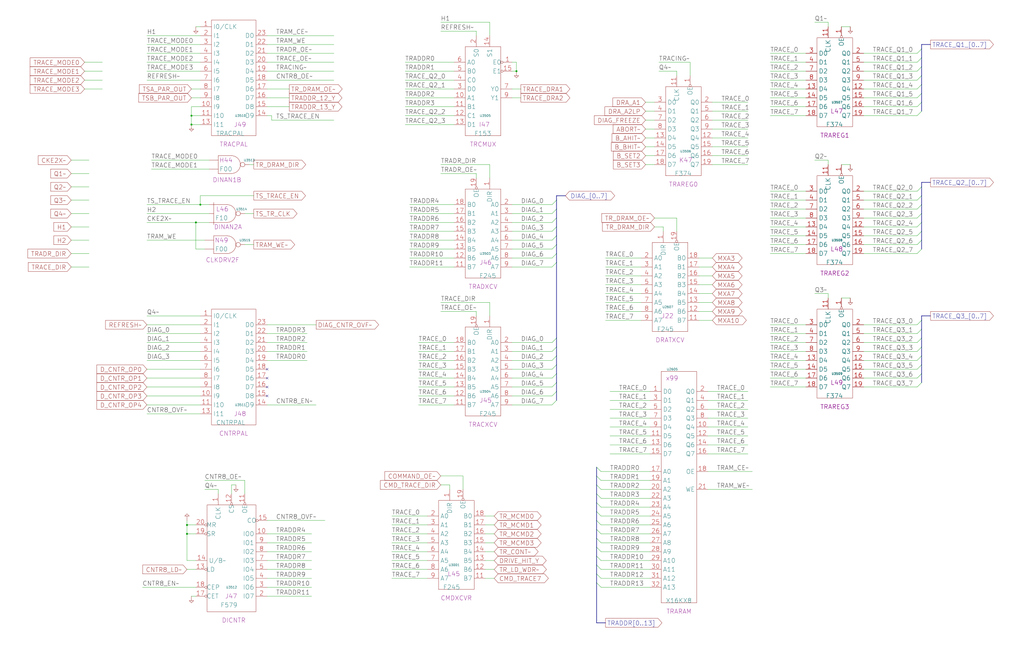
<source format=kicad_sch>
(kicad_sch (version 20230121) (generator eeschema)
  (paper "User" 584.2 378.46)
  (title_block (title "TRACE RAMS\\nDIAGNOSTIC COUNTER") (date "08-MAR-90") (rev "0.0") (comment 1 "MEM32 BOARD") (comment 2 "232-003066") (comment 3 "S400") (comment 4 "RELEASED"))
  (junction (at 109.22 66.04))
  (junction (at 106.68 299.72))
  (junction (at 106.68 304.8))
  (junction (at 294.64 40.64))
  (junction (at 114.3 116.84))
  (junction (at 109.22 71.12))
  (junction (at 111.76 127))
  (no_connect (at 152.4 215.9))
  (no_connect (at 152.4 210.82))
  (no_connect (at 152.4 226.06))
  (no_connect (at 152.4 220.98))
  (bus_entry (at 317.5 124.46) (size -2.54 2.54))
  (bus_entry (at 525.78 58.42) (size -2.54 2.54))
  (bus_entry (at 525.78 116.84) (size -2.54 2.54))
  (bus_entry (at 525.78 33.02) (size -2.54 2.54))
  (bus_entry (at 317.5 134.62) (size -2.54 2.54))
  (bus_entry (at 317.5 208.28) (size -2.54 2.54))
  (bus_entry (at 317.5 193.04) (size -2.54 2.54))
  (bus_entry (at 525.78 187.96) (size -2.54 2.54))
  (bus_entry (at 525.78 53.34) (size -2.54 2.54))
  (bus_entry (at 340.36 307.34) (size 2.54 2.54))
  (bus_entry (at 317.5 223.52) (size -2.54 2.54))
  (bus_entry (at 317.5 149.86) (size -2.54 2.54))
  (bus_entry (at 340.36 287.02) (size 2.54 2.54))
  (bus_entry (at 317.5 119.38) (size -2.54 2.54))
  (bus_entry (at 525.78 203.2) (size -2.54 2.54))
  (bus_entry (at 525.78 48.26) (size -2.54 2.54))
  (bus_entry (at 340.36 297.18) (size 2.54 2.54))
  (bus_entry (at 525.78 182.88) (size -2.54 2.54))
  (bus_entry (at 317.5 198.12) (size -2.54 2.54))
  (bus_entry (at 317.5 129.54) (size -2.54 2.54))
  (bus_entry (at 525.78 193.04) (size -2.54 2.54))
  (bus_entry (at 340.36 271.78) (size 2.54 2.54))
  (bus_entry (at 525.78 142.24) (size -2.54 2.54))
  (bus_entry (at 317.5 203.2) (size -2.54 2.54))
  (bus_entry (at 340.36 332.74) (size 2.54 2.54))
  (bus_entry (at 525.78 198.12) (size -2.54 2.54))
  (bus_entry (at 317.5 218.44) (size -2.54 2.54))
  (bus_entry (at 525.78 106.68) (size -2.54 2.54))
  (bus_entry (at 525.78 213.36) (size -2.54 2.54))
  (bus_entry (at 340.36 302.26) (size 2.54 2.54))
  (bus_entry (at 525.78 208.28) (size -2.54 2.54))
  (bus_entry (at 525.78 218.44) (size -2.54 2.54))
  (bus_entry (at 525.78 132.08) (size -2.54 2.54))
  (bus_entry (at 340.36 322.58) (size 2.54 2.54))
  (bus_entry (at 340.36 327.66) (size 2.54 2.54))
  (bus_entry (at 525.78 43.18) (size -2.54 2.54))
  (bus_entry (at 525.78 137.16) (size -2.54 2.54))
  (bus_entry (at 317.5 144.78) (size -2.54 2.54))
  (bus_entry (at 525.78 127) (size -2.54 2.54))
  (bus_entry (at 340.36 317.5) (size 2.54 2.54))
  (bus_entry (at 340.36 266.7) (size 2.54 2.54))
  (bus_entry (at 317.5 228.6) (size -2.54 2.54))
  (bus_entry (at 525.78 111.76) (size -2.54 2.54))
  (bus_entry (at 340.36 292.1) (size 2.54 2.54))
  (bus_entry (at 317.5 139.7) (size -2.54 2.54))
  (bus_entry (at 317.5 114.3) (size -2.54 2.54))
  (bus_entry (at 525.78 121.92) (size -2.54 2.54))
  (bus_entry (at 525.78 63.5) (size -2.54 2.54))
  (bus_entry (at 525.78 27.94) (size -2.54 2.54))
  (bus_entry (at 525.78 38.1) (size -2.54 2.54))
  (bus_entry (at 340.36 281.94) (size 2.54 2.54))
  (bus_entry (at 340.36 276.86) (size 2.54 2.54))
  (bus_entry (at 340.36 312.42) (size 2.54 2.54))
  (bus_entry (at 317.5 213.36) (size -2.54 2.54))
  (wire (pts (xy 233.68 152.4) (xy 259.08 152.4)))
  (wire (pts (xy 251.46 172.72) (xy 279.4 172.72)))
  (wire (pts (xy 342.9 274.32) (xy 370.84 274.32)))
  (wire (pts (xy 398.78 177.8) (xy 406.4 177.8)))
  (wire (pts (xy 398.78 167.64) (xy 406.4 167.64)))
  (wire (pts (xy 403.86 248.92) (xy 426.72 248.92)))
  (wire (pts (xy 223.52 304.8) (xy 243.84 304.8)))
  (wire (pts (xy 439.42 185.42) (xy 459.74 185.42)))
  (wire (pts (xy 106.68 299.72) (xy 106.68 297.18)))
  (wire (pts (xy 233.68 142.24) (xy 259.08 142.24)))
  (wire (pts (xy 109.22 66.04) (xy 114.3 66.04)))
  (wire (pts (xy 292.1 137.16) (xy 314.96 137.16)))
  (wire (pts (xy 439.42 205.74) (xy 459.74 205.74)))
  (bus (pts (xy 525.78 137.16) (xy 525.78 142.24)))
  (wire (pts (xy 368.3 88.9) (xy 373.38 88.9)))
  (wire (pts (xy 439.42 119.38) (xy 459.74 119.38)))
  (wire (pts (xy 271.78 17.78) (xy 271.78 20.32)))
  (wire (pts (xy 439.42 210.82) (xy 459.74 210.82)))
  (wire (pts (xy 347.98 228.6) (xy 370.84 228.6)))
  (bus (pts (xy 317.5 149.86) (xy 317.5 193.04)))
  (wire (pts (xy 480.06 93.98) (xy 485.14 93.98)))
  (wire (pts (xy 292.1 200.66) (xy 314.96 200.66)))
  (wire (pts (xy 398.78 152.4) (xy 406.4 152.4)))
  (wire (pts (xy 492.76 134.62) (xy 523.24 134.62)))
  (wire (pts (xy 347.98 223.52) (xy 370.84 223.52)))
  (wire (pts (xy 152.4 200.66) (xy 175.26 200.66)))
  (bus (pts (xy 317.5 114.3) (xy 317.5 119.38)))
  (wire (pts (xy 139.7 121.92) (xy 144.78 121.92)))
  (wire (pts (xy 238.76 226.06) (xy 259.08 226.06)))
  (wire (pts (xy 439.42 139.7) (xy 459.74 139.7)))
  (wire (pts (xy 292.1 220.98) (xy 314.96 220.98)))
  (wire (pts (xy 342.9 279.4) (xy 370.84 279.4)))
  (wire (pts (xy 152.4 335.28) (xy 177.8 335.28)))
  (wire (pts (xy 403.86 223.52) (xy 426.72 223.52)))
  (wire (pts (xy 40.64 129.54) (xy 50.8 129.54)))
  (wire (pts (xy 439.42 200.66) (xy 459.74 200.66)))
  (wire (pts (xy 152.4 45.72) (xy 190.5 45.72)))
  (bus (pts (xy 340.36 287.02) (xy 340.36 292.1)))
  (wire (pts (xy 406.4 58.42) (xy 426.72 58.42)))
  (wire (pts (xy 111.76 15.24) (xy 114.3 15.24)))
  (wire (pts (xy 132.08 276.86) (xy 132.08 281.94)))
  (wire (pts (xy 492.76 190.5) (xy 523.24 190.5)))
  (bus (pts (xy 317.5 129.54) (xy 317.5 134.62)))
  (wire (pts (xy 276.86 294.64) (xy 281.94 294.64)))
  (wire (pts (xy 439.42 60.96) (xy 459.74 60.96)))
  (bus (pts (xy 340.36 276.86) (xy 340.36 281.94)))
  (wire (pts (xy 152.4 40.64) (xy 190.5 40.64)))
  (wire (pts (xy 231.14 40.64) (xy 259.08 40.64)))
  (wire (pts (xy 233.68 127) (xy 259.08 127)))
  (wire (pts (xy 292.1 132.08) (xy 314.96 132.08)))
  (bus (pts (xy 340.36 317.5) (xy 340.36 322.58)))
  (wire (pts (xy 109.22 55.88) (xy 114.3 55.88)))
  (bus (pts (xy 317.5 124.46) (xy 317.5 129.54)))
  (wire (pts (xy 83.82 20.32) (xy 114.3 20.32)))
  (wire (pts (xy 347.98 243.84) (xy 370.84 243.84)))
  (wire (pts (xy 271.78 99.06) (xy 271.78 101.6)))
  (wire (pts (xy 251.46 177.8) (xy 271.78 177.8)))
  (wire (pts (xy 111.76 142.24) (xy 111.76 127)))
  (wire (pts (xy 403.86 254) (xy 426.72 254)))
  (wire (pts (xy 144.78 111.76) (xy 114.3 111.76)))
  (wire (pts (xy 83.82 236.22) (xy 114.3 236.22)))
  (wire (pts (xy 406.4 73.66) (xy 426.72 73.66)))
  (wire (pts (xy 231.14 71.12) (xy 259.08 71.12)))
  (wire (pts (xy 238.76 215.9) (xy 259.08 215.9)))
  (wire (pts (xy 231.14 60.96) (xy 259.08 60.96)))
  (wire (pts (xy 492.76 124.46) (xy 523.24 124.46)))
  (wire (pts (xy 48.26 45.72) (xy 58.42 45.72)))
  (wire (pts (xy 342.9 320.04) (xy 370.84 320.04)))
  (wire (pts (xy 347.98 248.92) (xy 370.84 248.92)))
  (wire (pts (xy 386.08 40.64) (xy 386.08 43.18)))
  (wire (pts (xy 439.42 215.9) (xy 459.74 215.9)))
  (wire (pts (xy 152.4 190.5) (xy 175.26 190.5)))
  (bus (pts (xy 525.78 182.88) (xy 525.78 187.96)))
  (wire (pts (xy 251.46 93.98) (xy 279.4 93.98)))
  (bus (pts (xy 525.78 213.36) (xy 525.78 218.44)))
  (wire (pts (xy 492.76 210.82) (xy 523.24 210.82)))
  (wire (pts (xy 398.78 147.32) (xy 406.4 147.32)))
  (wire (pts (xy 152.4 309.88) (xy 177.8 309.88)))
  (wire (pts (xy 83.82 45.72) (xy 114.3 45.72)))
  (wire (pts (xy 403.86 238.76) (xy 426.72 238.76)))
  (bus (pts (xy 525.78 25.4) (xy 525.78 27.94)))
  (wire (pts (xy 464.82 167.64) (xy 472.44 167.64)))
  (wire (pts (xy 83.82 220.98) (xy 114.3 220.98)))
  (wire (pts (xy 347.98 259.08) (xy 370.84 259.08)))
  (wire (pts (xy 342.9 304.8) (xy 370.84 304.8)))
  (wire (pts (xy 368.3 78.74) (xy 373.38 78.74)))
  (bus (pts (xy 525.78 208.28) (xy 525.78 213.36)))
  (bus (pts (xy 340.36 302.26) (xy 340.36 307.34)))
  (wire (pts (xy 238.76 210.82) (xy 259.08 210.82)))
  (wire (pts (xy 480.06 15.24) (xy 485.14 15.24)))
  (wire (pts (xy 83.82 185.42) (xy 114.3 185.42)))
  (wire (pts (xy 439.42 55.88) (xy 459.74 55.88)))
  (wire (pts (xy 83.82 226.06) (xy 114.3 226.06)))
  (wire (pts (xy 403.86 233.68) (xy 426.72 233.68)))
  (wire (pts (xy 439.42 109.22) (xy 459.74 109.22)))
  (wire (pts (xy 116.84 279.4) (xy 124.46 279.4)))
  (wire (pts (xy 223.52 314.96) (xy 243.84 314.96)))
  (bus (pts (xy 317.5 119.38) (xy 317.5 124.46)))
  (wire (pts (xy 472.44 167.64) (xy 472.44 170.18)))
  (bus (pts (xy 317.5 208.28) (xy 317.5 213.36)))
  (wire (pts (xy 238.76 220.98) (xy 259.08 220.98)))
  (wire (pts (xy 292.1 210.82) (xy 314.96 210.82)))
  (wire (pts (xy 292.1 231.14) (xy 314.96 231.14)))
  (wire (pts (xy 233.68 132.08) (xy 259.08 132.08)))
  (wire (pts (xy 152.4 30.48) (xy 190.5 30.48)))
  (wire (pts (xy 81.28 335.28) (xy 111.76 335.28)))
  (wire (pts (xy 48.26 35.56) (xy 58.42 35.56)))
  (wire (pts (xy 83.82 35.56) (xy 114.3 35.56)))
  (wire (pts (xy 345.44 172.72) (xy 365.76 172.72)))
  (wire (pts (xy 472.44 91.44) (xy 472.44 93.98)))
  (wire (pts (xy 492.76 215.9) (xy 523.24 215.9)))
  (wire (pts (xy 342.9 284.48) (xy 370.84 284.48)))
  (bus (pts (xy 525.78 33.02) (xy 525.78 38.1)))
  (wire (pts (xy 83.82 40.64) (xy 114.3 40.64)))
  (wire (pts (xy 347.98 238.76) (xy 370.84 238.76)))
  (wire (pts (xy 398.78 162.56) (xy 406.4 162.56)))
  (wire (pts (xy 48.26 40.64) (xy 58.42 40.64)))
  (wire (pts (xy 109.22 66.04) (xy 109.22 60.96)))
  (wire (pts (xy 292.1 40.64) (xy 294.64 40.64)))
  (wire (pts (xy 347.98 254) (xy 370.84 254)))
  (bus (pts (xy 317.5 213.36) (xy 317.5 218.44)))
  (wire (pts (xy 233.68 121.92) (xy 259.08 121.92)))
  (wire (pts (xy 152.4 231.14) (xy 180.34 231.14)))
  (wire (pts (xy 345.44 157.48) (xy 365.76 157.48)))
  (wire (pts (xy 492.76 40.64) (xy 523.24 40.64)))
  (bus (pts (xy 340.36 327.66) (xy 340.36 332.74)))
  (wire (pts (xy 492.76 109.22) (xy 523.24 109.22)))
  (wire (pts (xy 152.4 297.18) (xy 185.42 297.18)))
  (wire (pts (xy 439.42 190.5) (xy 459.74 190.5)))
  (wire (pts (xy 345.44 182.88) (xy 365.76 182.88)))
  (bus (pts (xy 525.78 111.76) (xy 525.78 116.84)))
  (wire (pts (xy 292.1 35.56) (xy 294.64 35.56)))
  (bus (pts (xy 340.36 281.94) (xy 340.36 287.02)))
  (wire (pts (xy 492.76 55.88) (xy 523.24 55.88)))
  (bus (pts (xy 317.5 111.76) (xy 322.58 111.76)))
  (wire (pts (xy 238.76 200.66) (xy 259.08 200.66)))
  (wire (pts (xy 373.38 124.46) (xy 386.08 124.46)))
  (wire (pts (xy 134.62 276.86) (xy 132.08 276.86)))
  (wire (pts (xy 251.46 17.78) (xy 271.78 17.78)))
  (wire (pts (xy 83.82 195.58) (xy 114.3 195.58)))
  (wire (pts (xy 406.4 93.98) (xy 426.72 93.98)))
  (wire (pts (xy 152.4 50.8) (xy 165.1 50.8)))
  (wire (pts (xy 292.1 116.84) (xy 314.96 116.84)))
  (bus (pts (xy 525.78 43.18) (xy 525.78 48.26)))
  (wire (pts (xy 398.78 172.72) (xy 406.4 172.72)))
  (wire (pts (xy 142.24 93.98) (xy 144.78 93.98)))
  (wire (pts (xy 439.42 220.98) (xy 459.74 220.98)))
  (wire (pts (xy 231.14 66.04) (xy 259.08 66.04)))
  (bus (pts (xy 525.78 193.04) (xy 525.78 198.12)))
  (wire (pts (xy 276.86 325.12) (xy 281.94 325.12)))
  (wire (pts (xy 403.86 243.84) (xy 426.72 243.84)))
  (wire (pts (xy 152.4 205.74) (xy 175.26 205.74)))
  (wire (pts (xy 281.94 309.88) (xy 276.86 309.88)))
  (wire (pts (xy 279.4 93.98) (xy 279.4 101.6)))
  (bus (pts (xy 525.78 38.1) (xy 525.78 43.18)))
  (wire (pts (xy 492.76 119.38) (xy 523.24 119.38)))
  (bus (pts (xy 340.36 312.42) (xy 340.36 317.5)))
  (bus (pts (xy 317.5 193.04) (xy 317.5 198.12)))
  (wire (pts (xy 152.4 320.04) (xy 177.8 320.04)))
  (bus (pts (xy 525.78 48.26) (xy 525.78 53.34)))
  (wire (pts (xy 342.9 330.2) (xy 370.84 330.2)))
  (wire (pts (xy 439.42 114.3) (xy 459.74 114.3)))
  (wire (pts (xy 292.1 55.88) (xy 297.18 55.88)))
  (wire (pts (xy 398.78 182.88) (xy 406.4 182.88)))
  (wire (pts (xy 492.76 50.8) (xy 523.24 50.8)))
  (wire (pts (xy 439.42 144.78) (xy 459.74 144.78)))
  (wire (pts (xy 109.22 71.12) (xy 109.22 66.04)))
  (wire (pts (xy 83.82 180.34) (xy 114.3 180.34)))
  (wire (pts (xy 152.4 25.4) (xy 190.5 25.4)))
  (bus (pts (xy 317.5 134.62) (xy 317.5 139.7)))
  (wire (pts (xy 347.98 233.68) (xy 370.84 233.68)))
  (wire (pts (xy 83.82 137.16) (xy 116.84 137.16)))
  (wire (pts (xy 111.76 127) (xy 119.38 127)))
  (wire (pts (xy 345.44 162.56) (xy 365.76 162.56)))
  (wire (pts (xy 48.26 50.8) (xy 58.42 50.8)))
  (wire (pts (xy 109.22 340.36) (xy 111.76 340.36)))
  (bus (pts (xy 525.78 203.2) (xy 525.78 208.28)))
  (wire (pts (xy 152.4 66.04) (xy 154.94 66.04)))
  (wire (pts (xy 276.86 330.2) (xy 281.94 330.2)))
  (bus (pts (xy 317.5 111.76) (xy 317.5 114.3)))
  (wire (pts (xy 124.46 279.4) (xy 124.46 281.94)))
  (wire (pts (xy 40.64 106.68) (xy 50.8 106.68)))
  (wire (pts (xy 398.78 157.48) (xy 406.4 157.48)))
  (wire (pts (xy 231.14 45.72) (xy 259.08 45.72)))
  (bus (pts (xy 525.78 198.12) (xy 525.78 203.2)))
  (wire (pts (xy 492.76 195.58) (xy 523.24 195.58)))
  (wire (pts (xy 439.42 35.56) (xy 459.74 35.56)))
  (wire (pts (xy 233.68 137.16) (xy 259.08 137.16)))
  (wire (pts (xy 276.86 314.96) (xy 281.94 314.96)))
  (wire (pts (xy 492.76 30.48) (xy 523.24 30.48)))
  (wire (pts (xy 368.3 63.5) (xy 373.38 63.5)))
  (bus (pts (xy 317.5 144.78) (xy 317.5 149.86)))
  (bus (pts (xy 525.78 180.34) (xy 530.86 180.34)))
  (wire (pts (xy 342.9 299.72) (xy 370.84 299.72)))
  (wire (pts (xy 342.9 325.12) (xy 370.84 325.12)))
  (bus (pts (xy 340.36 266.7) (xy 340.36 271.78)))
  (wire (pts (xy 231.14 35.56) (xy 259.08 35.56)))
  (wire (pts (xy 439.42 45.72) (xy 459.74 45.72)))
  (wire (pts (xy 279.4 172.72) (xy 279.4 180.34)))
  (wire (pts (xy 439.42 195.58) (xy 459.74 195.58)))
  (wire (pts (xy 492.76 35.56) (xy 523.24 35.56)))
  (wire (pts (xy 472.44 12.7) (xy 472.44 15.24)))
  (bus (pts (xy 340.36 307.34) (xy 340.36 312.42)))
  (wire (pts (xy 152.4 195.58) (xy 175.26 195.58)))
  (wire (pts (xy 223.52 299.72) (xy 243.84 299.72)))
  (wire (pts (xy 83.82 190.5) (xy 114.3 190.5)))
  (wire (pts (xy 223.52 294.64) (xy 243.84 294.64)))
  (wire (pts (xy 403.86 279.4) (xy 429.26 279.4)))
  (wire (pts (xy 492.76 114.3) (xy 523.24 114.3)))
  (bus (pts (xy 525.78 116.84) (xy 525.78 121.92)))
  (bus (pts (xy 340.36 355.6) (xy 340.36 332.74)))
  (wire (pts (xy 109.22 60.96) (xy 114.3 60.96)))
  (wire (pts (xy 342.9 294.64) (xy 370.84 294.64)))
  (wire (pts (xy 154.94 66.04) (xy 154.94 68.58)))
  (wire (pts (xy 368.3 93.98) (xy 373.38 93.98)))
  (wire (pts (xy 152.4 325.12) (xy 177.8 325.12)))
  (wire (pts (xy 375.92 40.64) (xy 386.08 40.64)))
  (bus (pts (xy 525.78 25.4) (xy 530.86 25.4)))
  (wire (pts (xy 342.9 309.88) (xy 370.84 309.88)))
  (wire (pts (xy 231.14 55.88) (xy 259.08 55.88)))
  (wire (pts (xy 292.1 142.24) (xy 314.96 142.24)))
  (wire (pts (xy 403.86 259.08) (xy 426.72 259.08)))
  (wire (pts (xy 139.7 274.32) (xy 139.7 281.94)))
  (wire (pts (xy 256.54 276.86) (xy 256.54 279.4)))
  (bus (pts (xy 317.5 218.44) (xy 317.5 223.52)))
  (bus (pts (xy 525.78 127) (xy 525.78 132.08)))
  (wire (pts (xy 40.64 91.44) (xy 50.8 91.44)))
  (wire (pts (xy 492.76 60.96) (xy 523.24 60.96)))
  (wire (pts (xy 238.76 205.74) (xy 259.08 205.74)))
  (wire (pts (xy 152.4 304.8) (xy 177.8 304.8)))
  (wire (pts (xy 492.76 185.42) (xy 523.24 185.42)))
  (wire (pts (xy 271.78 177.8) (xy 271.78 180.34)))
  (wire (pts (xy 152.4 340.36) (xy 177.8 340.36)))
  (wire (pts (xy 292.1 195.58) (xy 314.96 195.58)))
  (wire (pts (xy 292.1 50.8) (xy 297.18 50.8)))
  (wire (pts (xy 439.42 129.54) (xy 459.74 129.54)))
  (bus (pts (xy 340.36 292.1) (xy 340.36 297.18)))
  (wire (pts (xy 152.4 60.96) (xy 165.1 60.96)))
  (wire (pts (xy 152.4 55.88) (xy 165.1 55.88)))
  (wire (pts (xy 406.4 78.74) (xy 426.72 78.74)))
  (wire (pts (xy 152.4 35.56) (xy 190.5 35.56)))
  (wire (pts (xy 116.84 274.32) (xy 139.7 274.32)))
  (bus (pts (xy 525.78 53.34) (xy 525.78 58.42)))
  (wire (pts (xy 233.68 147.32) (xy 259.08 147.32)))
  (wire (pts (xy 480.06 170.18) (xy 485.14 170.18)))
  (wire (pts (xy 403.86 269.24) (xy 429.26 269.24)))
  (wire (pts (xy 251.46 99.06) (xy 271.78 99.06)))
  (wire (pts (xy 83.82 231.14) (xy 114.3 231.14)))
  (wire (pts (xy 439.42 50.8) (xy 459.74 50.8)))
  (wire (pts (xy 139.7 139.7) (xy 144.78 139.7)))
  (wire (pts (xy 106.68 304.8) (xy 106.68 299.72)))
  (wire (pts (xy 439.42 124.46) (xy 459.74 124.46)))
  (wire (pts (xy 292.1 147.32) (xy 314.96 147.32)))
  (wire (pts (xy 492.76 139.7) (xy 523.24 139.7)))
  (bus (pts (xy 525.78 104.14) (xy 525.78 106.68)))
  (wire (pts (xy 40.64 144.78) (xy 50.8 144.78)))
  (wire (pts (xy 439.42 40.64) (xy 459.74 40.64)))
  (wire (pts (xy 368.3 68.58) (xy 373.38 68.58)))
  (wire (pts (xy 152.4 314.96) (xy 177.8 314.96)))
  (wire (pts (xy 393.7 35.56) (xy 393.7 43.18)))
  (bus (pts (xy 317.5 203.2) (xy 317.5 208.28)))
  (wire (pts (xy 406.4 88.9) (xy 426.72 88.9)))
  (wire (pts (xy 152.4 20.32) (xy 190.5 20.32)))
  (wire (pts (xy 373.38 129.54) (xy 378.46 129.54)))
  (wire (pts (xy 492.76 200.66) (xy 523.24 200.66)))
  (wire (pts (xy 368.3 73.66) (xy 373.38 73.66)))
  (wire (pts (xy 492.76 205.74) (xy 523.24 205.74)))
  (wire (pts (xy 152.4 185.42) (xy 180.34 185.42)))
  (wire (pts (xy 154.94 68.58) (xy 190.5 68.58)))
  (wire (pts (xy 276.86 304.8) (xy 281.94 304.8)))
  (bus (pts (xy 525.78 121.92) (xy 525.78 127)))
  (wire (pts (xy 86.36 96.52) (xy 119.38 96.52)))
  (wire (pts (xy 83.82 127) (xy 111.76 127)))
  (wire (pts (xy 406.4 83.82) (xy 426.72 83.82)))
  (wire (pts (xy 292.1 215.9) (xy 314.96 215.9)))
  (bus (pts (xy 525.78 58.42) (xy 525.78 63.5)))
  (wire (pts (xy 345.44 177.8) (xy 365.76 177.8)))
  (bus (pts (xy 340.36 322.58) (xy 340.36 327.66)))
  (wire (pts (xy 464.82 12.7) (xy 472.44 12.7)))
  (wire (pts (xy 292.1 121.92) (xy 314.96 121.92)))
  (bus (pts (xy 525.78 132.08) (xy 525.78 137.16)))
  (wire (pts (xy 83.82 210.82) (xy 114.3 210.82)))
  (wire (pts (xy 83.82 25.4) (xy 114.3 25.4)))
  (wire (pts (xy 342.9 335.28) (xy 370.84 335.28)))
  (wire (pts (xy 231.14 50.8) (xy 259.08 50.8)))
  (wire (pts (xy 114.3 111.76) (xy 114.3 116.84)))
  (wire (pts (xy 492.76 45.72) (xy 523.24 45.72)))
  (wire (pts (xy 83.82 205.74) (xy 114.3 205.74)))
  (wire (pts (xy 464.82 91.44) (xy 472.44 91.44)))
  (bus (pts (xy 345.44 355.6) (xy 340.36 355.6)))
  (wire (pts (xy 83.82 30.48) (xy 114.3 30.48)))
  (wire (pts (xy 223.52 325.12) (xy 243.84 325.12)))
  (wire (pts (xy 292.1 226.06) (xy 314.96 226.06)))
  (wire (pts (xy 109.22 50.8) (xy 114.3 50.8)))
  (wire (pts (xy 114.3 116.84) (xy 119.38 116.84)))
  (wire (pts (xy 439.42 30.48) (xy 459.74 30.48)))
  (wire (pts (xy 342.9 269.24) (xy 370.84 269.24)))
  (wire (pts (xy 492.76 66.04) (xy 523.24 66.04)))
  (bus (pts (xy 525.78 106.68) (xy 525.78 111.76)))
  (bus (pts (xy 317.5 139.7) (xy 317.5 144.78)))
  (bus (pts (xy 525.78 180.34) (xy 525.78 182.88)))
  (wire (pts (xy 223.52 309.88) (xy 243.84 309.88)))
  (wire (pts (xy 152.4 330.2) (xy 177.8 330.2)))
  (bus (pts (xy 525.78 104.14) (xy 530.86 104.14)))
  (wire (pts (xy 342.9 314.96) (xy 370.84 314.96)))
  (wire (pts (xy 406.4 63.5) (xy 426.72 63.5)))
  (wire (pts (xy 281.94 299.72) (xy 276.86 299.72)))
  (wire (pts (xy 40.64 121.92) (xy 50.8 121.92)))
  (wire (pts (xy 439.42 66.04) (xy 459.74 66.04)))
  (wire (pts (xy 111.76 320.04) (xy 106.68 320.04)))
  (wire (pts (xy 40.64 99.06) (xy 50.8 99.06)))
  (wire (pts (xy 386.08 124.46) (xy 386.08 132.08)))
  (wire (pts (xy 233.68 116.84) (xy 259.08 116.84)))
  (wire (pts (xy 238.76 195.58) (xy 259.08 195.58)))
  (wire (pts (xy 368.3 83.82) (xy 373.38 83.82)))
  (wire (pts (xy 264.16 271.78) (xy 264.16 279.4)))
  (wire (pts (xy 292.1 127) (xy 314.96 127)))
  (wire (pts (xy 40.64 114.3) (xy 50.8 114.3)))
  (wire (pts (xy 83.82 215.9) (xy 114.3 215.9)))
  (wire (pts (xy 86.36 91.44) (xy 119.38 91.44)))
  (wire (pts (xy 109.22 71.12) (xy 114.3 71.12)))
  (wire (pts (xy 83.82 116.84) (xy 114.3 116.84)))
  (bus (pts (xy 340.36 297.18) (xy 340.36 302.26)))
  (wire (pts (xy 492.76 220.98) (xy 523.24 220.98)))
  (wire (pts (xy 106.68 325.12) (xy 111.76 325.12)))
  (wire (pts (xy 279.4 12.7) (xy 279.4 20.32)))
  (wire (pts (xy 492.76 129.54) (xy 523.24 129.54)))
  (wire (pts (xy 251.46 276.86) (xy 256.54 276.86)))
  (bus (pts (xy 525.78 27.94) (xy 525.78 33.02)))
  (bus (pts (xy 340.36 271.78) (xy 340.36 276.86)))
  (bus (pts (xy 317.5 223.52) (xy 317.5 228.6)))
  (wire (pts (xy 345.44 167.64) (xy 365.76 167.64)))
  (wire (pts (xy 83.82 121.92) (xy 119.38 121.92)))
  (wire (pts (xy 375.92 35.56) (xy 393.7 35.56)))
  (wire (pts (xy 106.68 320.04) (xy 106.68 304.8)))
  (wire (pts (xy 345.44 152.4) (xy 365.76 152.4)))
  (wire (pts (xy 292.1 152.4) (xy 314.96 152.4)))
  (wire (pts (xy 40.64 152.4) (xy 50.8 152.4)))
  (wire (pts (xy 368.3 58.42) (xy 373.38 58.42)))
  (wire (pts (xy 83.82 200.66) (xy 114.3 200.66)))
  (wire (pts (xy 223.52 330.2) (xy 243.84 330.2)))
  (bus (pts (xy 317.5 198.12) (xy 317.5 203.2)))
  (wire (pts (xy 378.46 129.54) (xy 378.46 132.08)))
  (wire (pts (xy 251.46 12.7) (xy 279.4 12.7)))
  (wire (pts (xy 238.76 231.14) (xy 259.08 231.14)))
  (wire (pts (xy 439.42 134.62) (xy 459.74 134.62)))
  (wire (pts (xy 251.46 271.78) (xy 264.16 271.78)))
  (wire (pts (xy 281.94 320.04) (xy 276.86 320.04)))
  (wire (pts (xy 406.4 68.58) (xy 426.72 68.58)))
  (wire (pts (xy 345.44 147.32) (xy 365.76 147.32)))
  (wire (pts (xy 106.68 299.72) (xy 111.76 299.72)))
  (wire (pts (xy 40.64 137.16) (xy 50.8 137.16)))
  (wire (pts (xy 492.76 144.78) (xy 523.24 144.78)))
  (wire (pts (xy 116.84 142.24) (xy 111.76 142.24)))
  (wire (pts (xy 342.9 289.56) (xy 370.84 289.56)))
  (wire (pts (xy 292.1 205.74) (xy 314.96 205.74)))
  (wire (pts (xy 111.76 304.8) (xy 106.68 304.8)))
  (wire (pts (xy 223.52 320.04) (xy 243.84 320.04)))
  (wire (pts (xy 294.64 35.56) (xy 294.64 40.64)))
  (bus (pts (xy 525.78 187.96) (xy 525.78 193.04)))
  (wire (pts (xy 403.86 228.6) (xy 426.72 228.6)))
  (label "TRACE_Q3_4" (at 497.84 205.74 0) (effects (font (size 2.54 2.54))))
  (label "TS_TRACE_EN" (at 157.48 68.58 0) (effects (font (size 2.54 2.54))))
  (label "TRACE_Q3_5" (at 497.84 210.82 0) (effects (font (size 2.54 2.54))))
  (label "TRADDR4" (at 233.68 116.84 0) (effects (font (size 2.54 2.54))))
  (label "TRACE_1" (at 439.42 114.3 0) (effects (font (size 2.54 2.54))))
  (label "TRACE_Q2_2" (at 231.14 66.04 0) (effects (font (size 2.54 2.54))))
  (label "TRACE_6" (at 238.76 226.06 0) (effects (font (size 2.54 2.54))))
  (label "CNTR8_OE~" (at 157.48 45.72 0) (effects (font (size 2.54 2.54))))
  (label "TRACE_7" (at 439.42 66.04 0) (effects (font (size 2.54 2.54))))
  (label "TRACE_3" (at 439.42 124.46 0) (effects (font (size 2.54 2.54))))
  (label "TRACE_Q2_1" (at 231.14 50.8 0) (effects (font (size 2.54 2.54))))
  (label "TRACE_7" (at 439.42 220.98 0) (effects (font (size 2.54 2.54))))
  (label "TRACE_Q2_0" (at 231.14 45.72 0) (effects (font (size 2.54 2.54))))
  (label "TRADDR7" (at 347.98 304.8 0) (effects (font (size 2.54 2.54))))
  (label "TRACE_6" (at 408.94 254 0) (effects (font (size 2.54 2.54))))
  (label "TRADR_OE~" (at 251.46 99.06 0) (effects (font (size 2.54 2.54))))
  (label "TRACE_Q2_3" (at 497.84 124.46 0) (effects (font (size 2.54 2.54))))
  (label "TRACE_7" (at 238.76 231.14 0) (effects (font (size 2.54 2.54))))
  (label "TRAM_WE" (at 83.82 137.16 0) (effects (font (size 2.54 2.54))))
  (label "TRACE_2" (at 223.52 304.8 0) (effects (font (size 2.54 2.54))))
  (label "TRACE_Q1_6" (at 497.84 60.96 0) (effects (font (size 2.54 2.54))))
  (label "TRADR_DIR" (at 251.46 93.98 0) (effects (font (size 2.54 2.54))))
  (label "TRAM_CE~" (at 157.48 20.32 0) (effects (font (size 2.54 2.54))))
  (label "DIAG_0" (at 83.82 190.5 0) (effects (font (size 2.54 2.54))))
  (label "Q4~" (at 375.92 40.64 0) (effects (font (size 2.54 2.54))))
  (label "TRACE_4" (at 439.42 50.8 0) (effects (font (size 2.54 2.54))))
  (label "H2" (at 83.82 121.92 0) (effects (font (size 2.54 2.54))))
  (label "TRACE_Q3_0" (at 497.84 185.42 0) (effects (font (size 2.54 2.54))))
  (label "TRACE_6" (at 439.42 139.7 0) (effects (font (size 2.54 2.54))))
  (label "DIAG_1" (at 297.18 200.66 0) (effects (font (size 2.54 2.54))))
  (label "DIAG_3" (at 297.18 210.82 0) (effects (font (size 2.54 2.54))))
  (label "TRACE_4" (at 439.42 205.74 0) (effects (font (size 2.54 2.54))))
  (label "TRACE_2" (at 238.76 205.74 0) (effects (font (size 2.54 2.54))))
  (label "TRACE_MODE1" (at 83.82 30.48 0) (effects (font (size 2.54 2.54))))
  (label "TRACE_6" (at 411.48 88.9 0) (effects (font (size 2.54 2.54))))
  (label "TRACE_Q1_4" (at 497.84 50.8 0) (effects (font (size 2.54 2.54))))
  (label "CNTR8_OE~" (at 116.84 274.32 0) (effects (font (size 2.54 2.54))))
  (label "TRACE_0" (at 439.42 109.22 0) (effects (font (size 2.54 2.54))))
  (label "TRACE_1" (at 345.44 152.4 0) (effects (font (size 2.54 2.54))))
  (label "TRADDR11" (at 347.98 325.12 0) (effects (font (size 2.54 2.54))))
  (label "TRADDR5" (at 157.48 309.88 0) (effects (font (size 2.54 2.54))))
  (label "DIAG_1" (at 297.18 121.92 0) (effects (font (size 2.54 2.54))))
  (label "TRADDR4" (at 157.48 304.8 0) (effects (font (size 2.54 2.54))))
  (label "TRACE_OE~" (at 251.46 177.8 0) (effects (font (size 2.54 2.54))))
  (label "TRACE_Q2_1" (at 497.84 114.3 0) (effects (font (size 2.54 2.54))))
  (label "TRACE_3" (at 411.48 73.66 0) (effects (font (size 2.54 2.54))))
  (label "TRACE_5" (at 439.42 210.82 0) (effects (font (size 2.54 2.54))))
  (label "TRADDR2" (at 157.48 195.58 0) (effects (font (size 2.54 2.54))))
  (label "TRACE_5" (at 411.48 83.82 0) (effects (font (size 2.54 2.54))))
  (label "TRADDR0" (at 157.48 205.74 0) (effects (font (size 2.54 2.54))))
  (label "TRADDR8" (at 233.68 137.16 0) (effects (font (size 2.54 2.54))))
  (label "TRACE_6" (at 223.52 325.12 0) (effects (font (size 2.54 2.54))))
  (label "TRADDR3" (at 347.98 284.48 0) (effects (font (size 2.54 2.54))))
  (label "TRACE_7" (at 411.48 93.98 0) (effects (font (size 2.54 2.54))))
  (label "TRACE_5" (at 345.44 172.72 0) (effects (font (size 2.54 2.54))))
  (label "TRACE_3" (at 223.52 309.88 0) (effects (font (size 2.54 2.54))))
  (label "TRACE_2" (at 353.06 233.68 0) (effects (font (size 2.54 2.54))))
  (label "TRACE_MODE0" (at 86.36 91.44 0) (effects (font (size 2.54 2.54))))
  (label "Q3~" (at 464.82 167.64 0) (effects (font (size 2.54 2.54))))
  (label "TRADDR2" (at 347.98 279.4 0) (effects (font (size 2.54 2.54))))
  (label "CNTR8_EN~" (at 81.28 335.28 0) (effects (font (size 2.54 2.54))))
  (label "TRACE_Q2_3" (at 231.14 71.12 0) (effects (font (size 2.54 2.54))))
  (label "TRACE_0" (at 223.52 294.64 0) (effects (font (size 2.54 2.54))))
  (label "TRACE_0" (at 439.42 185.42 0) (effects (font (size 2.54 2.54))))
  (label "H1" (at 251.46 12.7 0) (effects (font (size 2.54 2.54))))
  (label "TRACE_1" (at 408.94 228.6 0) (effects (font (size 2.54 2.54))))
  (label "DIAG_0" (at 297.18 195.58 0) (effects (font (size 2.54 2.54))))
  (label "TRADDR1" (at 347.98 274.32 0) (effects (font (size 2.54 2.54))))
  (label "TRACE_4" (at 353.06 243.84 0) (effects (font (size 2.54 2.54))))
  (label "TRACE_0" (at 345.44 147.32 0) (effects (font (size 2.54 2.54))))
  (label "TRACE_6" (at 439.42 215.9 0) (effects (font (size 2.54 2.54))))
  (label "DIAG_6" (at 297.18 226.06 0) (effects (font (size 2.54 2.54))))
  (label "TRACE_2" (at 411.48 68.58 0) (effects (font (size 2.54 2.54))))
  (label "TRACE_4" (at 411.48 78.74 0) (effects (font (size 2.54 2.54))))
  (label "TRADDR3" (at 231.14 60.96 0) (effects (font (size 2.54 2.54))))
  (label "DIAG_2" (at 297.18 127 0) (effects (font (size 2.54 2.54))))
  (label "TRACE_Q3_2" (at 497.84 195.58 0) (effects (font (size 2.54 2.54))))
  (label "TRADDR9" (at 157.48 330.2 0) (effects (font (size 2.54 2.54))))
  (label "TRACE_DIR" (at 251.46 172.72 0) (effects (font (size 2.54 2.54))))
  (label "TRACE_Q3_1" (at 497.84 190.5 0) (effects (font (size 2.54 2.54))))
  (label "TRACE_2" (at 439.42 40.64 0) (effects (font (size 2.54 2.54))))
  (label "TRACE_2" (at 439.42 195.58 0) (effects (font (size 2.54 2.54))))
  (label "DIAG_4" (at 297.18 215.9 0) (effects (font (size 2.54 2.54))))
  (label "TRACE_Q1_0" (at 497.84 30.48 0) (effects (font (size 2.54 2.54))))
  (label "TRACE_3" (at 353.06 238.76 0) (effects (font (size 2.54 2.54))))
  (label "TRACE_Q3_6" (at 497.84 215.9 0) (effects (font (size 2.54 2.54))))
  (label "TRACING~" (at 157.48 40.64 0) (effects (font (size 2.54 2.54))))
  (label "TRACE_2" (at 408.94 233.68 0) (effects (font (size 2.54 2.54))))
  (label "TRACE_Q2_6" (at 497.84 139.7 0) (effects (font (size 2.54 2.54))))
  (label "DIAG_6" (at 297.18 147.32 0) (effects (font (size 2.54 2.54))))
  (label "Q4~" (at 116.84 279.4 0) (effects (font (size 2.54 2.54))))
  (label "TRADDR6" (at 347.98 299.72 0) (effects (font (size 2.54 2.54))))
  (label "DIAG_4" (at 297.18 137.16 0) (effects (font (size 2.54 2.54))))
  (label "TRADDR3" (at 157.48 190.5 0) (effects (font (size 2.54 2.54))))
  (label "TRACE_1" (at 238.76 200.66 0) (effects (font (size 2.54 2.54))))
  (label "TRADDR1" (at 231.14 40.64 0) (effects (font (size 2.54 2.54))))
  (label "TRADDR13" (at 347.98 335.28 0) (effects (font (size 2.54 2.54))))
  (label "TRACE_0" (at 408.94 223.52 0) (effects (font (size 2.54 2.54))))
  (label "REFRESH~" (at 83.82 45.72 0) (effects (font (size 2.54 2.54))))
  (label "TRACE_5" (at 238.76 220.98 0) (effects (font (size 2.54 2.54))))
  (label "H1" (at 83.82 20.32 0) (effects (font (size 2.54 2.54))))
  (label "Q1~" (at 464.82 12.7 0) (effects (font (size 2.54 2.54))))
  (label "TRACE_0" (at 439.42 30.48 0) (effects (font (size 2.54 2.54))))
  (label "TRACE_3" (at 345.44 162.56 0) (effects (font (size 2.54 2.54))))
  (label "TS_TRACE_EN" (at 83.82 116.84 0) (effects (font (size 2.54 2.54))))
  (label "TRACE_MODE2" (at 83.82 35.56 0) (effects (font (size 2.54 2.54))))
  (label "TRACE_0" (at 411.48 58.42 0) (effects (font (size 2.54 2.54))))
  (label "TRACE_6" (at 353.06 254 0) (effects (font (size 2.54 2.54))))
  (label "DIAG_0" (at 297.18 116.84 0) (effects (font (size 2.54 2.54))))
  (label "TRACE_7" (at 439.42 144.78 0) (effects (font (size 2.54 2.54))))
  (label "TRACE_Q1_7" (at 497.84 66.04 0) (effects (font (size 2.54 2.54))))
  (label "TRACE_4" (at 439.42 129.54 0) (effects (font (size 2.54 2.54))))
  (label "TRADDR7" (at 157.48 320.04 0) (effects (font (size 2.54 2.54))))
  (label "TRADDR6" (at 233.68 127 0) (effects (font (size 2.54 2.54))))
  (label "TRADDR11" (at 233.68 152.4 0) (effects (font (size 2.54 2.54))))
  (label "TRACE_7" (at 353.06 259.08 0) (effects (font (size 2.54 2.54))))
  (label "TRADDR0" (at 231.14 35.56 0) (effects (font (size 2.54 2.54))))
  (label "DIAG_2" (at 83.82 200.66 0) (effects (font (size 2.54 2.54))))
  (label "TRADDR5" (at 233.68 121.92 0) (effects (font (size 2.54 2.54))))
  (label "TRACE_6" (at 345.44 177.8 0) (effects (font (size 2.54 2.54))))
  (label "CNTR8_OVF~" (at 157.48 297.18 0) (effects (font (size 2.54 2.54))))
  (label "TRADDR8" (at 347.98 309.88 0) (effects (font (size 2.54 2.54))))
  (label "Q4~" (at 83.82 180.34 0) (effects (font (size 2.54 2.54))))
  (label "TRACE_0" (at 238.76 195.58 0) (effects (font (size 2.54 2.54))))
  (label "TRADDR1" (at 157.48 200.66 0) (effects (font (size 2.54 2.54))))
  (label "DIAG_7" (at 297.18 152.4 0) (effects (font (size 2.54 2.54))))
  (label "TRADDR5" (at 347.98 294.64 0) (effects (font (size 2.54 2.54))))
  (label "TRADDR10" (at 157.48 335.28 0) (effects (font (size 2.54 2.54))))
  (label "TRACE_Q1_1" (at 497.84 35.56 0) (effects (font (size 2.54 2.54))))
  (label "TRACE_Q2_2" (at 497.84 119.38 0) (effects (font (size 2.54 2.54))))
  (label "TRACE_5" (at 439.42 55.88 0) (effects (font (size 2.54 2.54))))
  (label "TRACE_2" (at 345.44 157.48 0) (effects (font (size 2.54 2.54))))
  (label "TRACE_7" (at 345.44 182.88 0) (effects (font (size 2.54 2.54))))
  (label "TRACE_4" (at 408.94 243.84 0) (effects (font (size 2.54 2.54))))
  (label "CNTR8_OVF~" (at 83.82 236.22 0) (effects (font (size 2.54 2.54))))
  (label "TRACE_1" (at 223.52 299.72 0) (effects (font (size 2.54 2.54))))
  (label "TRADDR2" (at 231.14 55.88 0) (effects (font (size 2.54 2.54))))
  (label "REFRESH~" (at 251.46 17.78 0) (effects (font (size 2.54 2.54))))
  (label "TRACE_MODE0" (at 83.82 25.4 0) (effects (font (size 2.54 2.54))))
  (label "Q2~" (at 464.82 91.44 0) (effects (font (size 2.54 2.54))))
  (label "DIAG_2" (at 297.18 205.74 0) (effects (font (size 2.54 2.54))))
  (label "TRACE_Q3_3" (at 497.84 200.66 0) (effects (font (size 2.54 2.54))))
  (label "TRACE_Q2_4" (at 497.84 129.54 0) (effects (font (size 2.54 2.54))))
  (label "DIAG_1" (at 83.82 195.58 0) (effects (font (size 2.54 2.54))))
  (label "TRACE_Q1_5" (at 497.84 55.88 0) (effects (font (size 2.54 2.54))))
  (label "TRACE_1" (at 439.42 35.56 0) (effects (font (size 2.54 2.54))))
  (label "TRADDR10" (at 347.98 320.04 0) (effects (font (size 2.54 2.54))))
  (label "TRADDR8" (at 157.48 325.12 0) (effects (font (size 2.54 2.54))))
  (label "TRACE_7" (at 223.52 330.2 0) (effects (font (size 2.54 2.54))))
  (label "CKE2X~" (at 83.82 127 0) (effects (font (size 2.54 2.54))))
  (label "TRAM_CE~" (at 408.94 269.24 0) (effects (font (size 2.54 2.54))))
  (label "TRACE_3" (at 408.94 238.76 0) (effects (font (size 2.54 2.54))))
  (label "TRACE_2" (at 439.42 119.38 0) (effects (font (size 2.54 2.54))))
  (label "DIAG_5" (at 297.18 220.98 0) (effects (font (size 2.54 2.54))))
  (label "TRACE_MODE1" (at 86.36 96.52 0) (effects (font (size 2.54 2.54))))
  (label "DIAG_3" (at 297.18 132.08 0) (effects (font (size 2.54 2.54))))
  (label "TRACE_5" (at 439.42 134.62 0) (effects (font (size 2.54 2.54))))
  (label "TRADDR12" (at 347.98 330.2 0) (effects (font (size 2.54 2.54))))
  (label "TRACE_1" (at 439.42 190.5 0) (effects (font (size 2.54 2.54))))
  (label "TRADDR9" (at 347.98 314.96 0) (effects (font (size 2.54 2.54))))
  (label "TRADDR9" (at 233.68 142.24 0) (effects (font (size 2.54 2.54))))
  (label "CNTR8_EN~" (at 157.48 231.14 0) (effects (font (size 2.54 2.54))))
  (label "TRACE_4" (at 345.44 167.64 0) (effects (font (size 2.54 2.54))))
  (label "TRADDR6" (at 157.48 314.96 0) (effects (font (size 2.54 2.54))))
  (label "TRACE_5" (at 353.06 248.92 0) (effects (font (size 2.54 2.54))))
  (label "TRACE_5" (at 223.52 320.04 0) (effects (font (size 2.54 2.54))))
  (label "TRADDR0" (at 347.98 269.24 0) (effects (font (size 2.54 2.54))))
  (label "TRACE_Q2_7" (at 497.84 144.78 0) (effects (font (size 2.54 2.54))))
  (label "TRACE_3" (at 439.42 200.66 0) (effects (font (size 2.54 2.54))))
  (label "TRACE_Q3_7" (at 497.84 220.98 0) (effects (font (size 2.54 2.54))))
  (label "DIAG_5" (at 297.18 142.24 0) (effects (font (size 2.54 2.54))))
  (label "TRADR_OE~" (at 157.48 30.48 0) (effects (font (size 2.54 2.54))))
  (label "TRAM_WE~" (at 408.94 279.4 0) (effects (font (size 2.54 2.54))))
  (label "TRACE_4" (at 223.52 314.96 0) (effects (font (size 2.54 2.54))))
  (label "TRACE_7" (at 408.94 259.08 0) (effects (font (size 2.54 2.54))))
  (label "TRAM_WE" (at 157.48 25.4 0) (effects (font (size 2.54 2.54))))
  (label "TRACE_Q2_5" (at 497.84 134.62 0) (effects (font (size 2.54 2.54))))
  (label "TRACE_1" (at 353.06 228.6 0) (effects (font (size 2.54 2.54))))
  (label "TRACING~" (at 375.92 35.56 0) (effects (font (size 2.54 2.54))))
  (label "TRACE_6" (at 439.42 60.96 0) (effects (font (size 2.54 2.54))))
  (label "TRACE_OE~" (at 157.48 35.56 0) (effects (font (size 2.54 2.54))))
  (label "TRACE_MODE3" (at 83.82 40.64 0) (effects (font (size 2.54 2.54))))
  (label "TRACE_3" (at 439.42 45.72 0) (effects (font (size 2.54 2.54))))
  (label "TRACE_4" (at 238.76 215.9 0) (effects (font (size 2.54 2.54))))
  (label "TRACE_Q1_3" (at 497.84 45.72 0) (effects (font (size 2.54 2.54))))
  (label "TRACE_Q2_0" (at 497.84 109.22 0) (effects (font (size 2.54 2.54))))
  (label "TRADDR7" (at 233.68 132.08 0) (effects (font (size 2.54 2.54))))
  (label "TRACE_Q1_2" (at 497.84 40.64 0) (effects (font (size 2.54 2.54))))
  (label "TRACE_5" (at 408.94 248.92 0) (effects (font (size 2.54 2.54))))
  (label "DIAG_7" (at 297.18 231.14 0) (effects (font (size 2.54 2.54))))
  (label "TRADDR10" (at 233.68 147.32 0) (effects (font (size 2.54 2.54))))
  (label "TRACE_3" (at 238.76 210.82 0) (effects (font (size 2.54 2.54))))
  (label "TRADDR4" (at 347.98 289.56 0) (effects (font (size 2.54 2.54))))
  (label "TRACE_0" (at 353.06 223.52 0) (effects (font (size 2.54 2.54))))
  (label "TRACE_1" (at 411.48 63.5 0) (effects (font (size 2.54 2.54))))
  (label "TRADDR11" (at 157.48 340.36 0) (effects (font (size 2.54 2.54))))
  (label "DIAG_3" (at 83.82 205.74 0) (effects (font (size 2.54 2.54))))
  (global_label "DRA_A2LP" (shape input) (at 368.3 63.5 180) (effects (font (size 2.54 2.54))) (property "Intersheetrefs" "${INTERSHEET_REFS}" (at 345.0892 63.3413 0) (effects (font (size 1.905 1.905)) (justify right))))
  (global_label "TRACE_DRA1" (shape output) (at 297.18 50.8 0) (effects (font (size 2.54 2.54))) (property "Intersheetrefs" "${INTERSHEET_REFS}" (at 325.1079 50.6413 0) (effects (font (size 1.905 1.905)) (justify left))))
  (global_label "CMD_TRACE7" (shape bidirectional) (at 281.94 330.2 0) (effects (font (size 2.54 2.54))) (property "Intersheetrefs" "${INTERSHEET_REFS}" (at 313.8005 330.2 0) (effects (justify left))))
  (global_label "TS_TRACE_EN" (shape output) (at 144.78 111.76 0) (effects (font (size 2.54 2.54))) (property "Intersheetrefs" "${INTERSHEET_REFS}" (at 174.2803 111.6013 0) (effects (font (size 1.905 1.905)) (justify left))))
  (global_label "CMD_TRACE_DIR" (shape input) (at 251.46 276.86 180) (effects (font (size 2.54 2.54))) (property "Intersheetrefs" "${INTERSHEET_REFS}" (at 217.0007 276.7013 0) (effects (font (size 1.905 1.905)) (justify right))))
  (global_label "ABORT~" (shape input) (at 368.3 73.66 180) (effects (font (size 2.54 2.54))) (property "Intersheetrefs" "${INTERSHEET_REFS}" (at 349.8064 73.5013 0) (effects (font (size 1.905 1.905)) (justify right))))
  (global_label "TRADDR_13_Y" (shape output) (at 165.1 60.96 0) (effects (font (size 2.54 2.54))) (property "Intersheetrefs" "${INTERSHEET_REFS}" (at 195.0841 60.8013 0) (effects (font (size 1.905 1.905)) (justify left))))
  (global_label "B_SET3" (shape input) (at 368.3 93.98 180) (effects (font (size 2.54 2.54))) (property "Intersheetrefs" "${INTERSHEET_REFS}" (at 349.9273 93.8213 0) (effects (font (size 1.905 1.905)) (justify right))))
  (global_label "B_SET2" (shape input) (at 368.3 88.9 180) (effects (font (size 2.54 2.54))) (property "Intersheetrefs" "${INTERSHEET_REFS}" (at 349.9273 88.7413 0) (effects (font (size 1.905 1.905)) (justify right))))
  (global_label "MXA7" (shape bidirectional) (at 406.4 167.64 0) (effects (font (size 2.54 2.54))) (property "Intersheetrefs" "${INTERSHEET_REFS}" (at 424.351 167.64 0) (effects (justify left))))
  (global_label "CKE2X~" (shape input) (at 40.64 91.44 180) (effects (font (size 2.54 2.54))) (property "Intersheetrefs" "${INTERSHEET_REFS}" (at 16.8245 91.2813 0) (effects (font (size 1.905 1.905)) (justify right))))
  (global_label "TR_CONT~" (shape bidirectional) (at 281.94 314.96 0) (effects (font (size 2.54 2.54))) (property "Intersheetrefs" "${INTERSHEET_REFS}" (at 307.9949 314.96 0) (effects (justify left))))
  (global_label "TSB_PAR_OUT" (shape input) (at 109.22 55.88 180) (effects (font (size 2.54 2.54))) (property "Intersheetrefs" "${INTERSHEET_REFS}" (at 79.115 55.7213 0) (effects (font (size 1.905 1.905)) (justify right))))
  (global_label "TR_DRAM_OE~" (shape input) (at 373.38 124.46 180) (effects (font (size 2.54 2.54))) (property "Intersheetrefs" "${INTERSHEET_REFS}" (at 343.275 124.3013 0) (effects (font (size 1.905 1.905)) (justify right))))
  (global_label "D_CNTR_OP4" (shape input) (at 83.82 231.14 180) (effects (font (size 2.54 2.54))) (property "Intersheetrefs" "${INTERSHEET_REFS}" (at 55.2873 230.9813 0) (effects (font (size 1.905 1.905)) (justify right))))
  (global_label "DRA_A1" (shape input) (at 368.3 58.42 180) (effects (font (size 2.54 2.54))) (property "Intersheetrefs" "${INTERSHEET_REFS}" (at 349.6854 58.2613 0) (effects (font (size 1.905 1.905)) (justify right))))
  (global_label "TS_TR_CLK" (shape output) (at 144.78 121.92 0) (effects (font (size 2.54 2.54))) (property "Intersheetrefs" "${INTERSHEET_REFS}" (at 169.4422 121.7613 0) (effects (font (size 1.905 1.905)) (justify left))))
  (global_label "MXA4" (shape bidirectional) (at 406.4 152.4 0) (effects (font (size 2.54 2.54))) (property "Intersheetrefs" "${INTERSHEET_REFS}" (at 424.351 152.4 0) (effects (justify left))))
  (global_label "Q1~" (shape input) (at 40.64 99.06 180) (effects (font (size 2.54 2.54))) (property "Intersheetrefs" "${INTERSHEET_REFS}" (at 27.9352 99.06 0) (effects (font (size 1.905 1.905)) (justify right))))
  (global_label "MXA8" (shape bidirectional) (at 406.4 172.72 0) (effects (font (size 2.54 2.54))) (property "Intersheetrefs" "${INTERSHEET_REFS}" (at 424.351 172.72 0) (effects (justify left))))
  (global_label "CNTR8_LD~" (shape input) (at 106.68 325.12 180) (effects (font (size 2.54 2.54))) (property "Intersheetrefs" "${INTERSHEET_REFS}" (at 81.413 324.9613 0) (effects (font (size 1.905 1.905)) (justify right))))
  (global_label "TSA_PAR_OUT" (shape input) (at 109.22 50.8 180) (effects (font (size 2.54 2.54))) (property "Intersheetrefs" "${INTERSHEET_REFS}" (at 79.4778 50.6413 0) (effects (font (size 1.905 1.905)) (justify right))))
  (global_label "MXA3" (shape bidirectional) (at 406.4 147.32 0) (effects (font (size 2.54 2.54))) (property "Intersheetrefs" "${INTERSHEET_REFS}" (at 424.351 147.32 0) (effects (justify left))))
  (global_label "TR_MCMD1" (shape bidirectional) (at 281.94 299.72 0) (effects (font (size 2.54 2.54))) (property "Intersheetrefs" "${INTERSHEET_REFS}" (at 309.6882 299.72 0) (effects (justify left))))
  (global_label "D_CNTR_OP0" (shape input) (at 83.82 210.82 180) (effects (font (size 2.54 2.54))) (property "Intersheetrefs" "${INTERSHEET_REFS}" (at 55.2873 210.6613 0) (effects (font (size 1.905 1.905)) (justify right))))
  (global_label "TRACE_MODE3" (shape input) (at 48.26 50.8 180) (effects (font (size 2.54 2.54))) (property "Intersheetrefs" "${INTERSHEET_REFS}" (at 17.1873 50.6413 0) (effects (font (size 1.905 1.905)) (justify right))))
  (global_label "MXA6" (shape bidirectional) (at 406.4 162.56 0) (effects (font (size 2.54 2.54))) (property "Intersheetrefs" "${INTERSHEET_REFS}" (at 424.351 162.56 0) (effects (justify left))))
  (global_label "MXA5" (shape bidirectional) (at 406.4 157.48 0) (effects (font (size 2.54 2.54))) (property "Intersheetrefs" "${INTERSHEET_REFS}" (at 424.351 157.48 0) (effects (justify left))))
  (global_label "TRAM_WE~" (shape output) (at 144.78 139.7 0) (effects (font (size 2.54 2.54))) (property "Intersheetrefs" "${INTERSHEET_REFS}" (at 168.1117 139.5413 0) (effects (font (size 1.905 1.905)) (justify left))))
  (global_label "TRACE_MODE1" (shape input) (at 48.26 40.64 180) (effects (font (size 2.54 2.54))) (property "Intersheetrefs" "${INTERSHEET_REFS}" (at 17.1873 40.4813 0) (effects (font (size 1.905 1.905)) (justify right))))
  (global_label "B_BHIT~" (shape input) (at 368.3 83.82 180) (effects (font (size 2.54 2.54))) (property "Intersheetrefs" "${INTERSHEET_REFS}" (at 348.8388 83.6613 0) (effects (font (size 1.905 1.905)) (justify right))))
  (global_label "TR_MCMD3" (shape bidirectional) (at 281.94 309.88 0) (effects (font (size 2.54 2.54))) (property "Intersheetrefs" "${INTERSHEET_REFS}" (at 309.6882 309.88 0) (effects (justify left))))
  (global_label "D_CNTR_OP2" (shape input) (at 83.82 220.98 180) (effects (font (size 2.54 2.54))) (property "Intersheetrefs" "${INTERSHEET_REFS}" (at 55.2873 220.8213 0) (effects (font (size 1.905 1.905)) (justify right))))
  (global_label "MXA9" (shape bidirectional) (at 406.4 177.8 0) (effects (font (size 2.54 2.54))) (property "Intersheetrefs" "${INTERSHEET_REFS}" (at 424.351 177.8 0) (effects (justify left))))
  (global_label "TR_LD_WDR~" (shape bidirectional) (at 281.94 325.12 0) (effects (font (size 2.54 2.54))) (property "Intersheetrefs" "${INTERSHEET_REFS}" (at 312.712 325.12 0) (effects (justify left))))
  (global_label "TRADDR[0..13]" (shape output) (at 345.44 355.6 0) (effects (font (size 2.54 2.54))) (property "Intersheetrefs" "${INTERSHEET_REFS}" (at 378.5854 355.6 0) (effects (font (size 1.905 1.905)) (justify left))))
  (global_label "H1" (shape input) (at 40.64 129.54 180) (effects (font (size 2.54 2.54))) (property "Intersheetrefs" "${INTERSHEET_REFS}" (at 30.734 129.3813 0) (effects (font (size 1.905 1.905)) (justify right))))
  (global_label "COMMAND_OE~" (shape input) (at 251.46 271.78 180) (effects (font (size 2.54 2.54))) (property "Intersheetrefs" "${INTERSHEET_REFS}" (at 219.5407 271.6213 0) (effects (font (size 1.905 1.905)) (justify right))))
  (global_label "TRACE_Q3_[0..7]" (shape output) (at 530.86 180.34 0) (effects (font (size 2.54 2.54))) (property "Intersheetrefs" "${INTERSHEET_REFS}" (at 566.7708 180.1813 0) (effects (font (size 1.905 1.905)) (justify left))))
  (global_label "TR_MCMD0" (shape bidirectional) (at 281.94 294.64 0) (effects (font (size 2.54 2.54))) (property "Intersheetrefs" "${INTERSHEET_REFS}" (at 309.6882 294.64 0) (effects (justify left))))
  (global_label "TR_DRAM_DIR" (shape output) (at 144.78 93.98 0) (effects (font (size 2.54 2.54))) (property "Intersheetrefs" "${INTERSHEET_REFS}" (at 174.4012 93.8213 0) (effects (font (size 1.905 1.905)) (justify left))))
  (global_label "DIAG_CNTR_OVF~" (shape output) (at 180.34 185.42 0) (effects (font (size 2.54 2.54))) (property "Intersheetrefs" "${INTERSHEET_REFS}" (at 216.0089 185.2613 0) (effects (font (size 1.905 1.905)) (justify left))))
  (global_label "TR_DRAM_OE~" (shape output) (at 165.1 50.8 0) (effects (font (size 2.54 2.54))) (property "Intersheetrefs" "${INTERSHEET_REFS}" (at 195.205 50.6413 0) (effects (font (size 1.905 1.905)) (justify left))))
  (global_label "H2" (shape input) (at 40.64 137.16 180) (effects (font (size 2.54 2.54))) (property "Intersheetrefs" "${INTERSHEET_REFS}" (at 30.734 137.0013 0) (effects (font (size 1.905 1.905)) (justify right))))
  (global_label "TRACE_MODE2" (shape input) (at 48.26 45.72 180) (effects (font (size 2.54 2.54))) (property "Intersheetrefs" "${INTERSHEET_REFS}" (at 17.1873 45.5613 0) (effects (font (size 1.905 1.905)) (justify right))))
  (global_label "Q2~" (shape input) (at 40.64 106.68 180) (effects (font (size 2.54 2.54))) (property "Intersheetrefs" "${INTERSHEET_REFS}" (at 27.9352 106.68 0) (effects (font (size 1.905 1.905)) (justify right))))
  (global_label "B_AHIT~" (shape input) (at 368.3 78.74 180) (effects (font (size 2.54 2.54))) (property "Intersheetrefs" "${INTERSHEET_REFS}" (at 349.2016 78.5813 0) (effects (font (size 1.905 1.905)) (justify right))))
  (global_label "Q3~" (shape input) (at 40.64 114.3 180) (effects (font (size 2.54 2.54))) (property "Intersheetrefs" "${INTERSHEET_REFS}" (at 27.9352 114.3 0) (effects (font (size 1.905 1.905)) (justify right))))
  (global_label "TRACE_DIR" (shape input) (at 40.64 152.4 180) (effects (font (size 2.54 2.54))) (property "Intersheetrefs" "${INTERSHEET_REFS}" (at 16.0988 152.2413 0) (effects (font (size 1.905 1.905)) (justify right))))
  (global_label "DIAG_FREEZE" (shape input) (at 368.3 68.58 180) (effects (font (size 2.54 2.54))) (property "Intersheetrefs" "${INTERSHEET_REFS}" (at 339.0416 68.4213 0) (effects (font (size 1.905 1.905)) (justify right))))
  (global_label "DRIVE_HIT_Y" (shape bidirectional) (at 281.94 320.04 0) (effects (font (size 2.54 2.54))) (property "Intersheetrefs" "${INTERSHEET_REFS}" (at 312.5909 320.04 0) (effects (justify left))))
  (global_label "DIAG_[0..7]" (shape bidirectional) (at 322.58 111.76 0) (effects (font (size 2.54 2.54))) (property "Intersheetrefs" "${INTERSHEET_REFS}" (at 348.4517 111.6013 0) (effects (font (size 1.905 1.905)) (justify left))))
  (global_label "TRACE_DRA2" (shape output) (at 297.18 55.88 0) (effects (font (size 2.54 2.54))) (property "Intersheetrefs" "${INTERSHEET_REFS}" (at 325.1079 55.7213 0) (effects (font (size 1.905 1.905)) (justify left))))
  (global_label "TRADR_DIR" (shape input) (at 40.64 144.78 180) (effects (font (size 2.54 2.54))) (property "Intersheetrefs" "${INTERSHEET_REFS}" (at 15.8569 144.6213 0) (effects (font (size 1.905 1.905)) (justify right))))
  (global_label "TR_DRAM_DIR" (shape input) (at 373.38 129.54 180) (effects (font (size 2.54 2.54))) (property "Intersheetrefs" "${INTERSHEET_REFS}" (at 343.7588 129.3813 0) (effects (font (size 1.905 1.905)) (justify right))))
  (global_label "TRACE_MODE0" (shape input) (at 48.26 35.56 180) (effects (font (size 2.54 2.54))) (property "Intersheetrefs" "${INTERSHEET_REFS}" (at 17.1873 35.4013 0) (effects (font (size 1.905 1.905)) (justify right))))
  (global_label "REFRESH~" (shape input) (at 83.82 185.42 180) (effects (font (size 2.54 2.54))) (property "Intersheetrefs" "${INTERSHEET_REFS}" (at 60.2464 185.2613 0) (effects (font (size 1.905 1.905)) (justify right))))
  (global_label "TRACE_Q1_[0..7]" (shape output) (at 530.86 25.4 0) (effects (font (size 2.54 2.54))) (property "Intersheetrefs" "${INTERSHEET_REFS}" (at 566.7708 25.2413 0) (effects (font (size 1.905 1.905)) (justify left))))
  (global_label "TRACE_Q2_[0..7]" (shape output) (at 530.86 104.14 0) (effects (font (size 2.54 2.54))) (property "Intersheetrefs" "${INTERSHEET_REFS}" (at 566.7708 103.9813 0) (effects (font (size 1.905 1.905)) (justify left))))
  (global_label "D_CNTR_OP1" (shape input) (at 83.82 215.9 180) (effects (font (size 2.54 2.54))) (property "Intersheetrefs" "${INTERSHEET_REFS}" (at 55.2873 215.7413 0) (effects (font (size 1.905 1.905)) (justify right))))
  (global_label "Q4~" (shape input) (at 40.64 121.92 180) (effects (font (size 2.54 2.54))) (property "Intersheetrefs" "${INTERSHEET_REFS}" (at 27.9352 121.92 0) (effects (font (size 1.905 1.905)) (justify right))))
  (global_label "TR_MCMD2" (shape bidirectional) (at 281.94 304.8 0) (effects (font (size 2.54 2.54))) (property "Intersheetrefs" "${INTERSHEET_REFS}" (at 309.6882 304.8 0) (effects (justify left))))
  (global_label "TRADDR_12_Y" (shape output) (at 165.1 55.88 0) (effects (font (size 2.54 2.54))) (property "Intersheetrefs" "${INTERSHEET_REFS}" (at 195.0841 55.7213 0) (effects (font (size 1.905 1.905)) (justify left))))
  (global_label "MXA10" (shape bidirectional) (at 406.4 182.88 0) (effects (font (size 2.54 2.54))) (property "Intersheetrefs" "${INTERSHEET_REFS}" (at 424.351 182.88 0) (effects (justify left))))
  (global_label "D_CNTR_OP3" (shape input) (at 83.82 226.06 180) (effects (font (size 2.54 2.54))) (property "Intersheetrefs" "${INTERSHEET_REFS}" (at 55.2873 225.9013 0) (effects (font (size 1.905 1.905)) (justify right))))
  (symbol (lib_id "r1000:F153") (at 274.32 71.12 0) (unit 1)
    (property "Reference" "U3505" (at 276.86 66.04 0))
    (property "Value" "F153" (at 270.51 76.2 0) (effects (font (size 2.54 2.54)) (justify left)))
    (property "Location" "I47" (at 273.05 71.12 0) (effects (font (size 2.54 2.54)) (justify left)))
    (property "Name" "TRCMUX" (at 275.59 83.82 0) (effects (font (size 2.54 2.54)) (justify bottom)))
  )
  (symbol (lib_id "r1000:CNTRPAL") (at 134.62 236.22 0) (unit 1)
    (property "Reference" "U3511" (at 137.16 231.14 0))
    (property "Value" "CNTRPAL" (at 123.19 241.3 0) (effects (font (size 2.54 2.54)) (justify left)))
    (property "Location" "J48" (at 133.35 236.22 0) (effects (font (size 2.54 2.54)) (justify left)))
    (property "Name" "CNTRPAL" (at 133.35 248.92 0) (effects (font (size 2.54 2.54)) (justify bottom)))
  )
  (symbol (lib_id "r1000:PD") (at 109.22 71.12 0) (unit 1) (in_bom no)
    (property "Reference" "#PWR03504" (effects hide))
    (property "Value" "PD" (effects hide))
  )
  (symbol (lib_id "r1000:PD") (at 134.62 276.86 0) (unit 1) (in_bom no)
    (property "Reference" "#PWR03508" (effects hide))
    (property "Value" "PD" (effects hide))
  )
  (symbol (lib_id "r1000:F374") (at 388.62 91.44 0) (unit 1)
    (property "Reference" "U3506" (at 391.16 86.36 0))
    (property "Value" "F374" (at 384.81 99.06 0) (effects (font (size 2.54 2.54)) (justify left)))
    (property "Location" "K47" (at 387.35 91.44 0) (effects (font (size 2.54 2.54)) (justify left)))
    (property "Name" "TRAREG0" (at 389.89 106.68 0) (effects (font (size 2.54 2.54)) (justify bottom)))
  )
  (symbol (lib_id "r1000:F245") (at 378.46 180.34 0) (unit 1)
    (property "Reference" "U2607" (at 381 175.26 0))
    (property "Value" "F245" (at 374.65 187.96 0) (effects (font (size 2.54 2.54)) (justify left)))
    (property "Location" "J22" (at 377.19 180.34 0) (effects (font (size 2.54 2.54)) (justify left)))
    (property "Name" "DRATXCV" (at 382.27 195.58 0) (effects (font (size 2.54 2.54)) (justify bottom)))
    (instances (project "MEM32" (path "" (reference "U2607") (unit 1)) (path "" (reference "U2603") (unit 1))))
  )
  (symbol (lib_id "r1000:F245") (at 279.4 149.86 0) (mirror y) (unit 1)
    (property "Reference" "U3503" (at 276.86 144.78 0))
    (property "Value" "F245" (at 283.21 157.48 0) (effects (font (size 2.54 2.54)) (justify left)))
    (property "Location" "J46" (at 280.67 149.86 0) (effects (font (size 2.54 2.54)) (justify left)))
    (property "Name" "TRADXCV" (at 275.59 165.1 0) (effects (font (size 2.54 2.54)) (justify bottom)))
  )
  (symbol (lib_id "r1000:F245") (at 279.4 228.6 0) (mirror y) (unit 1)
    (property "Reference" "U3504" (at 276.86 223.52 0))
    (property "Value" "F245" (at 283.21 236.22 0) (effects (font (size 2.54 2.54)) (justify left)))
    (property "Location" "J45" (at 280.67 228.6 0) (effects (font (size 2.54 2.54)) (justify left)))
    (property "Name" "TRACXCV" (at 275.59 243.84 0) (effects (font (size 2.54 2.54)) (justify bottom)))
  )
  (symbol (lib_id "r1000:F374") (at 474.98 63.5 0) (unit 1)
    (property "Reference" "U3507" (at 477.52 58.42 0))
    (property "Value" "F374" (at 471.17 71.12 0) (effects (font (size 2.54 2.54)) (justify left)))
    (property "Location" "L47" (at 473.71 63.5 0) (effects (font (size 2.54 2.54)) (justify left)))
    (property "Name" "TRAREG1" (at 476.25 78.74 0) (effects (font (size 2.54 2.54)) (justify bottom)))
  )
  (symbol (lib_id "r1000:X16KX8") (at 381 215.9 0) (unit 1)
    (property "Reference" "U2605" (at 383.54 210.82 0))
    (property "Value" "X16KX8" (at 379.73 342.9 0) (effects (font (size 2.54 2.54)) (justify left)))
    (property "Location" "x99" (at 379.73 215.9 0) (effects (font (size 2.54 2.54)) (justify left)))
    (property "Name" "TRARAM" (at 387.35 350.52 0) (effects (font (size 2.54 2.54)) (justify bottom)))
  )
  (symbol (lib_id "r1000:F579") (at 129.54 340.36 0) (unit 1)
    (property "Reference" "U3512" (at 132.08 335.28 0))
    (property "Value" "F579" (at 125.73 345.44 0) (effects (font (size 2.54 2.54)) (justify left)))
    (property "Location" "J47" (at 128.27 340.36 0) (effects (font (size 2.54 2.54)) (justify left)))
    (property "Name" "DICNTR" (at 133.35 355.6 0) (effects (font (size 2.54 2.54)) (justify bottom)))
  )
  (symbol (lib_id "r1000:PD") (at 111.76 15.24 0) (unit 1) (in_bom no)
    (property "Reference" "#PWR03505" (effects hide))
    (property "Value" "PD" (effects hide))
  )
  (symbol (lib_id "r1000:PD") (at 109.22 340.36 0) (unit 1) (in_bom no)
    (property "Reference" "#PWR03507" (effects hide))
    (property "Value" "PD" (effects hide))
  )
  (symbol (lib_id "r1000:PD") (at 294.64 40.64 0) (unit 1) (in_bom no)
    (property "Reference" "#PWR0115" (effects hide))
    (property "Value" "PD" (effects hide))
  )
  (symbol (lib_id "r1000:PU") (at 106.68 297.18 0) (unit 1)
    (property "Reference" "#PWR03506" (effects hide))
    (property "Value" "PU" (effects hide))
  )
  (symbol (lib_id "r1000:F374") (at 474.98 218.44 0) (unit 1)
    (property "Reference" "U3509" (at 477.52 213.36 0))
    (property "Value" "F374" (at 471.17 226.06 0) (effects (font (size 2.54 2.54)) (justify left)))
    (property "Location" "L49" (at 473.71 218.44 0) (effects (font (size 2.54 2.54)) (justify left)))
    (property "Name" "TRAREG3" (at 476.25 233.68 0) (effects (font (size 2.54 2.54)) (justify bottom)))
  )
  (symbol (lib_id "r1000:PD") (at 485.14 170.18 0) (unit 1) (in_bom no)
    (property "Reference" "#PWR03503" (effects hide))
    (property "Value" "PD" (effects hide))
  )
  (symbol (lib_id "r1000:F00") (at 124.46 137.16 0) (unit 1)
    (property "Reference" "U3515" (at 139.7 137.16 0))
    (property "Value" "F00" (at 126.365 142.24 0) (effects (font (size 2.54 2.54))))
    (property "Location" "N49" (at 126.365 137.16 0) (effects (font (size 2.54 2.54))))
    (property "Name" "CLKDRV2F" (at 127 149.86 0) (effects (font (size 2.54 2.54)) (justify bottom)))
  )
  (symbol (lib_id "r1000:F00") (at 127 91.44 0) (unit 1)
    (property "Reference" "U3513" (at 142.24 91.44 0))
    (property "Value" "F00" (at 128.905 96.52 0) (effects (font (size 2.54 2.54))))
    (property "Location" "H44" (at 128.905 91.44 0) (effects (font (size 2.54 2.54))))
    (property "Name" "DINAN1B" (at 129.54 104.14 0) (effects (font (size 2.54 2.54)) (justify bottom)))
  )
  (symbol (lib_id "r1000:F10") (at 124.46 119.38 0) (unit 1)
    (property "Reference" "U3514" (at 137.795 119.38 0))
    (property "Value" "F10" (at 130.175 124.46 0) (effects (font (size 2.54 2.54)) (justify right)))
    (property "Location" "L46" (at 123.19 119.38 0) (effects (font (size 2.54 2.54)) (justify left)))
    (property "Name" "DINAN2A" (at 121.92 129.54 0) (effects (font (size 2.54 2.54)) (justify left)))
  )
  (symbol (lib_id "r1000:PD") (at 485.14 93.98 0) (unit 1) (in_bom no)
    (property "Reference" "#PWR03502" (effects hide))
    (property "Value" "PD" (effects hide))
  )
  (symbol (lib_id "r1000:F245") (at 256.54 327.66 0) (unit 1)
    (property "Reference" "U3001" (at 259.08 322.58 0))
    (property "Value" "F245" (at 252.73 335.28 0) (effects (font (size 2.54 2.54)) (justify left)))
    (property "Location" "L45" (at 255.27 327.66 0) (effects (font (size 2.54 2.54)) (justify left)))
    (property "Name" "CMDXCVR" (at 260.35 342.9 0) (effects (font (size 2.54 2.54)) (justify bottom)))
    (instances (project "MEM32" (path "" (reference "U3001") (unit 1)) (path "" (reference "U2604") (unit 1))))
  )
  (symbol (lib_id "r1000:PD") (at 485.14 15.24 0) (unit 1) (in_bom no)
    (property "Reference" "#PWR03501" (effects hide))
    (property "Value" "PD" (effects hide))
  )
  (symbol (lib_id "r1000:TRACPAL") (at 134.62 71.12 0) (unit 1)
    (property "Reference" "U3510" (at 137.16 66.04 0))
    (property "Value" "TRACPAL" (at 123.19 76.2 0) (effects (font (size 2.54 2.54)) (justify left)))
    (property "Location" "J49" (at 133.35 71.12 0) (effects (font (size 2.54 2.54)) (justify left)))
    (property "Name" "TRACPAL" (at 133.35 83.82 0) (effects (font (size 2.54 2.54)) (justify bottom)))
  )
  (symbol (lib_id "r1000:F374") (at 474.98 142.24 0) (unit 1)
    (property "Reference" "U3508" (at 477.52 137.16 0))
    (property "Value" "F374" (at 471.17 149.86 0) (effects (font (size 2.54 2.54)) (justify left)))
    (property "Location" "L48" (at 473.71 142.24 0) (effects (font (size 2.54 2.54)) (justify left)))
    (property "Name" "TRAREG2" (at 476.25 157.48 0) (effects (font (size 2.54 2.54)) (justify bottom)))
  )
)
</source>
